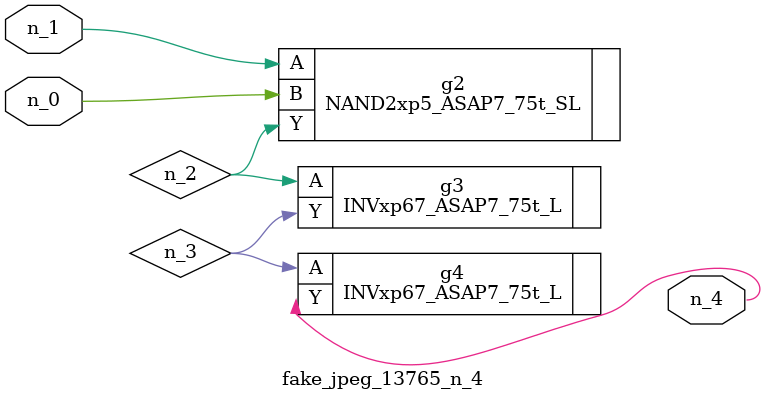
<source format=v>
module fake_jpeg_13765_n_4 (n_0, n_1, n_4);

input n_0;
input n_1;

output n_4;

wire n_2;
wire n_3;

NAND2xp5_ASAP7_75t_SL g2 ( 
.A(n_1),
.B(n_0),
.Y(n_2)
);

INVxp67_ASAP7_75t_L g3 ( 
.A(n_2),
.Y(n_3)
);

INVxp67_ASAP7_75t_L g4 ( 
.A(n_3),
.Y(n_4)
);


endmodule
</source>
